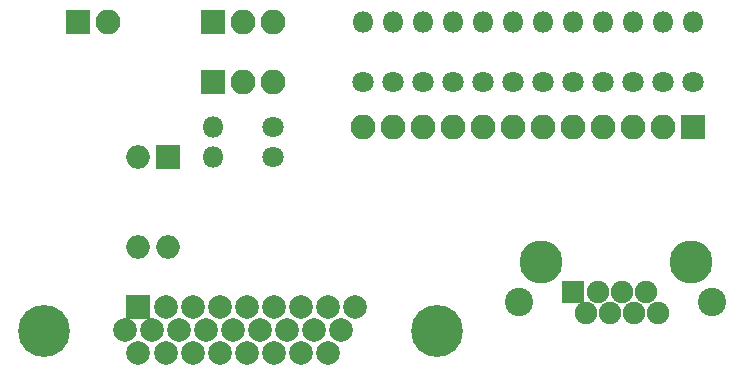
<source format=gbs>
G04 #@! TF.GenerationSoftware,KiCad,Pcbnew,(6.0.0-rc1-dev-392-gd9d005190)*
G04 #@! TF.CreationDate,2019-08-06T20:11:49-04:00*
G04 #@! TF.ProjectId,relay_ctrl,72656C61795F6374726C2E6B69636164,rev?*
G04 #@! TF.SameCoordinates,Original*
G04 #@! TF.FileFunction,Soldermask,Bot*
G04 #@! TF.FilePolarity,Negative*
%FSLAX46Y46*%
G04 Gerber Fmt 4.6, Leading zero omitted, Abs format (unit mm)*
G04 Created by KiCad (PCBNEW (6.0.0-rc1-dev-392-gd9d005190)) date 08/06/19 20:11:49*
%MOMM*%
%LPD*%
G01*
G04 APERTURE LIST*
%ADD10O,2.000000X2.000000*%
%ADD11R,2.000000X2.000000*%
%ADD12O,1.800000X1.800000*%
%ADD13C,1.800000*%
%ADD14O,2.100000X2.100000*%
%ADD15R,2.100000X2.100000*%
%ADD16C,4.400000*%
%ADD17C,2.000000*%
%ADD18C,2.400000*%
%ADD19C,3.650000*%
%ADD20C,1.900000*%
%ADD21R,1.900000X1.900000*%
G04 APERTURE END LIST*
D10*
G04 #@! TO.C,U1*
X148590000Y-132080000D03*
X146050000Y-124460000D03*
X146050000Y-132080000D03*
D11*
X148590000Y-124460000D03*
G04 #@! TD*
D12*
G04 #@! TO.C,R14*
X165100000Y-113030000D03*
D13*
X165100000Y-118110000D03*
G04 #@! TD*
D12*
G04 #@! TO.C,R13*
X167640000Y-113030000D03*
D13*
X167640000Y-118110000D03*
G04 #@! TD*
D12*
G04 #@! TO.C,R12*
X170180000Y-113030000D03*
D13*
X170180000Y-118110000D03*
G04 #@! TD*
D12*
G04 #@! TO.C,R11*
X172720000Y-113030000D03*
D13*
X172720000Y-118110000D03*
G04 #@! TD*
D12*
G04 #@! TO.C,R10*
X152400000Y-124460000D03*
D13*
X157480000Y-124460000D03*
G04 #@! TD*
D12*
G04 #@! TO.C,R9*
X175260000Y-113030000D03*
D13*
X175260000Y-118110000D03*
G04 #@! TD*
D12*
G04 #@! TO.C,R8*
X177800000Y-113030000D03*
D13*
X177800000Y-118110000D03*
G04 #@! TD*
D12*
G04 #@! TO.C,R7*
X152400000Y-121920000D03*
D13*
X157480000Y-121920000D03*
G04 #@! TD*
D12*
G04 #@! TO.C,R6*
X180340000Y-113030000D03*
D13*
X180340000Y-118110000D03*
G04 #@! TD*
D12*
G04 #@! TO.C,R5*
X182880000Y-113030000D03*
D13*
X182880000Y-118110000D03*
G04 #@! TD*
D12*
G04 #@! TO.C,R4*
X185420000Y-113030000D03*
D13*
X185420000Y-118110000D03*
G04 #@! TD*
D12*
G04 #@! TO.C,R3*
X187960000Y-113030000D03*
D13*
X187960000Y-118110000D03*
G04 #@! TD*
D12*
G04 #@! TO.C,R2*
X190500000Y-113030000D03*
D13*
X190500000Y-118110000D03*
G04 #@! TD*
D12*
G04 #@! TO.C,R1*
X193040000Y-113030000D03*
D13*
X193040000Y-118110000D03*
G04 #@! TD*
D14*
G04 #@! TO.C,J5*
X143510000Y-113030000D03*
D15*
X140970000Y-113030000D03*
G04 #@! TD*
D14*
G04 #@! TO.C,J4*
X157480000Y-113030000D03*
X154940000Y-113030000D03*
D15*
X152400000Y-113030000D03*
G04 #@! TD*
D14*
G04 #@! TO.C,J3*
X157480000Y-118110000D03*
X154940000Y-118110000D03*
D15*
X152400000Y-118110000D03*
G04 #@! TD*
D14*
G04 #@! TO.C,J6*
X165100000Y-121920000D03*
X167640000Y-121920000D03*
X170180000Y-121920000D03*
X172720000Y-121920000D03*
X175260000Y-121920000D03*
X177800000Y-121920000D03*
X180340000Y-121920000D03*
X182880000Y-121920000D03*
X185420000Y-121920000D03*
X187960000Y-121920000D03*
X190500000Y-121920000D03*
D15*
X193040000Y-121920000D03*
G04 #@! TD*
D16*
G04 #@! TO.C,J2*
X171325000Y-139210000D03*
X138025000Y-139210000D03*
D17*
X162080000Y-141120000D03*
X159790000Y-141120000D03*
X157500000Y-141120000D03*
X155210000Y-141120000D03*
X152920000Y-141120000D03*
X150630000Y-141120000D03*
X148340000Y-141120000D03*
X146050000Y-141120000D03*
X163225000Y-139140000D03*
X160935000Y-139140000D03*
X158645000Y-139140000D03*
X156355000Y-139140000D03*
X154065000Y-139140000D03*
X151775000Y-139140000D03*
X149485000Y-139140000D03*
X147195000Y-139140000D03*
X144905000Y-139140000D03*
X164370000Y-137160000D03*
X162080000Y-137160000D03*
X159790000Y-137160000D03*
X157500000Y-137160000D03*
X155210000Y-137160000D03*
X152920000Y-137160000D03*
X150630000Y-137160000D03*
X148340000Y-137160000D03*
D11*
X146050000Y-137160000D03*
G04 #@! TD*
D18*
G04 #@! TO.C,J1*
X178310000Y-136780000D03*
X194570000Y-136780000D03*
D19*
X192790000Y-133350000D03*
X180090000Y-133350000D03*
D20*
X190020000Y-137670000D03*
X187980000Y-137670000D03*
X185940000Y-137670000D03*
X183900000Y-137670000D03*
X189000000Y-135890000D03*
X186960000Y-135890000D03*
X184920000Y-135890000D03*
D21*
X182880000Y-135890000D03*
G04 #@! TD*
M02*

</source>
